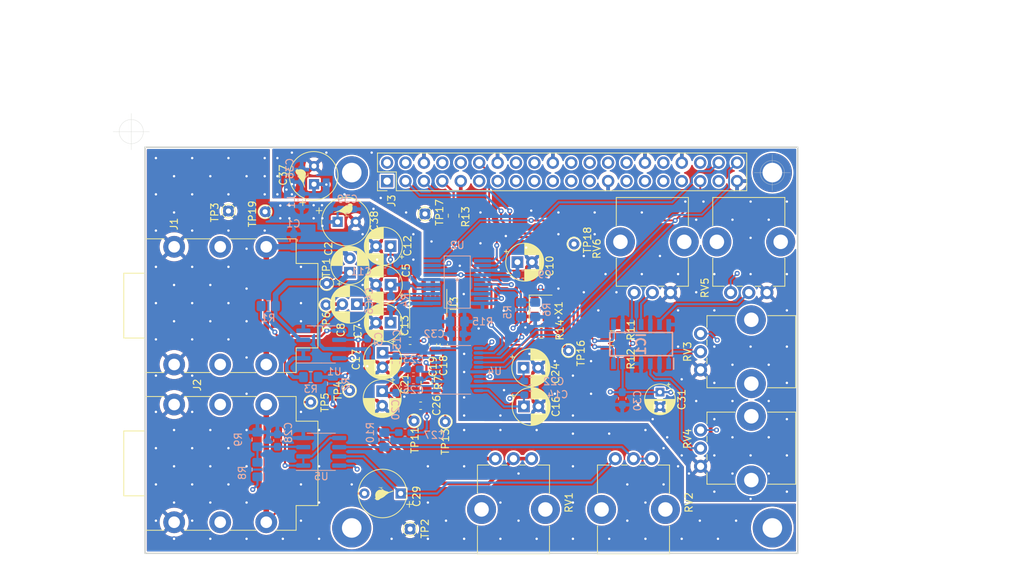
<source format=kicad_pcb>
(kicad_pcb (version 20211014) (generator pcbnew)
  (layers (0 "F.Cu" signal "Front") (1 "In1.Cu" power) (2 "In2.Cu" power) (31 "B.Cu" signal "Back") (34 "B.Paste" user) (35 "F.Paste" user) (36 "B.SilkS" user "B.Silkscreen") (37 "F.SilkS" user "F.Silkscreen") (38 "B.Mask" user) (39 "F.Mask" user) (44 "Edge.Cuts" user))
  (net 0 "")
  (net 1 "GNDD")
  (net 2 "SDA")
  (net 3 "SCL")
  (net 4 "Net-(IC1-Pad11)")
  (net 5 "GNDA")
  (net 6 "Net-(IC1-Pad13)")
  (net 7 "AN_in1")
  (net 8 "AVDD")
  (net 9 "I2S_DIN")
  (net 10 "I2S_DOUT")
  (net 11 "LDOO")
  (net 12 "VNEG")
  (net 13 "VMID")
  (net 14 "VREF1")
  (net 15 "VREF2")
  (net 16 "VCC")
  (net 17 "VCCD")
  (net 18 "Net-(IC1-Pad1)")
  (net 19 "Net-(IC1-Pad3)")
  (net 20 "/connection/CLK_RP")
  (net 23 "/DAC/Out")
  (net 24 "I2S_CLK")
  (net 25 "I2S_FS")
  (net 26 "SCLK")
  (net 27 "/Input Stage/IN")
  (net 28 "/connection/CLK_OZ")
  (net 52 "Net-(R2-Pad1)")
  (net 53 "Net-(R3-Pad1)")
  (net 54 "Net-(R5-Pad2)")
  (net 55 "/DAC/DAC_OUT")
  (net 56 "Net-(R10-Pad2)")
  (net 59 "VDD")
  (net 60 "/DAC/VMID_UNBUF")
  (net 61 "/Input Stage/BufferIn")
  (net 62 "/Input Stage/PreAmpNeg")
  (net 63 "Net-(C18-Pad1)")
  (net 64 "Net-(C25-Pad2)")
  (net 65 "Net-(C25-Pad1)")
  (net 66 "Net-(C26-Pad2)")
  (net 67 "Net-(C27-Pad1)")
  (net 68 "Net-(C29-Pad1)")
  (net 69 "/ADC/ADC_IN")
  (footprint "Connector_Audio:jack_raspi_6.3mmjack" (layer "F.Cu") (at 24.015 33.735)
    (fp_text reference "J1")
    (fp_text value "AudioJack3_Switch")
  )
  (footprint "Potentiometer_THT:Potentiometer_Bourns_PTV09A-1_Single_Vertical" (layer "F.Cu") (at 92.45 40.05 90)
    (fp_text reference "RV6")
    (fp_text value "100k")
  )
  (footprint "MountingHole:MountingHole_2.7mm_Pad" (layer "F.Cu") (at 106.5 72.5)
    (fp_text reference "H4")
    (fp_text value "MountingHole")
  )
  (footprint "Potentiometer_THT:Potentiometer_Bourns_PTV09A-1_Single_Vertical" (layer "F.Cu") (at 96.6 64)
    (fp_text reference "RV4")
    (fp_text value "100k")
  )
  (footprint "Capacitor_SMD:C_0603_1608Metric_Pad1.08x0.95mm_HandSolder" (layer "F.Cu") (at 58 55.65)
    (fp_text reference "C26")
    (fp_text value "2.2n")
  )
  (footprint "Capacitor_THT:CP_Radial_D5.0mm_P2.00mm" (layer "F.Cu") (at 71.35 35.85)
    (fp_text reference "C10")
    (fp_text value "10u")
  )
  (footprint "Resistor_SMD:R_0805_2012Metric_Pad1.20x1.40mm_HandSolder" (layer "F.Cu") (at 74.65 45.6 180)
    (fp_text reference "R14")
    (fp_text value "R")
  )
  (footprint "LOGO" (layer "F.Cu") (at 138.2 67.1 90)
    (fp_text reference "G***" hide)
    (fp_text value "LOGO" hide)
  )
  (footprint "Resistor_SMD:R_0805_2012Metric_Pad1.20x1.40mm_HandSolder" (layer "F.Cu") (at 58.8 52.5 -90)
    (fp_text reference "R7")
    (fp_text value "470")
  )
  (footprint "TestPoint:TestPoint_THTPad_D1.5mm_Drill0.7mm" (layer "F.Cu") (at 58.6 29.2)
    (fp_text reference "TP17")
    (fp_text value "TestPoint")
  )
  (footprint "Capacitor_THT:CP_Radial_D5.0mm_P2.00mm" (layer "F.Cu") (at 53.855113 44.2 180)
    (fp_text reference "C7")
    (fp_text value "10u")
  )
  (footprint "MountingHole:MountingHole_2.7mm_Pad" (layer "F.Cu") (at 48.5 72.5)
    (fp_text reference "H3")
    (fp_text value "MountingHole")
  )
  (footprint "Capacitor_THT:CP_Radial_D4.0mm_P2.00mm" (layer "F.Cu") (at 91 53.777401 -90)
    (fp_text reference "C31")
    (fp_text value "10u")
  )
  (footprint "TestPoint:TestPoint_THTPad_D1.5mm_Drill0.7mm" (layer "F.Cu") (at 36.55 28.9)
    (fp_text reference "TP19")
    (fp_text value "TestPoint")
  )
  (footprint "Resistor_SMD:R_0805_2012Metric_Pad1.20x1.40mm_HandSolder" (layer "F.Cu") (at 84.4 46.05)
    (fp_text reference "R11")
    (fp_text value "R")
  )
  (footprint "LOGO" (layer "F.Cu") (at 83.35 56.4 90)
    (fp_text reference "G***" hide)
    (fp_text value "LOGO" hide)
  )
  (footprint "Potentiometer_THT:Potentiometer_Bourns_PTV09A-1_Single_Vertical" (layer "F.Cu") (at 68.3 62.95 -90)
    (fp_text reference "RV1")
    (fp_text value "100k Log")
  )
  (footprint "Potentiometer_THT:Potentiometer_Bourns_PTV09A-1_Single_Vertical" (layer "F.Cu") (at 96.6 50.7)
    (fp_text reference "RV3")
    (fp_text value "100k")
  )
  (footprint "MountingHole:MountingHole_2.7mm_Pad" (layer "F.Cu") (at 48.5 23.5)
    (fp_text reference "H2")
    (fp_text value "MountingHole")
  )
  (footprint "Capacitor_SMD:C_0603_1608Metric" (layer "F.Cu") (at 61.2 47.25 -90)
    (fp_text reference "C18")
    (fp_text value "100p")
  )
  (footprint "Connector_Audio:jack_raspi_6.3mmjack" (layer "F.Cu") (at 24.015 55.485)
    (fp_text reference "J2")
    (fp_text value "AudioJack3_Switch")
  )
  (footprint "Capacitor_THT:CP_Radial_D5.0mm_P2.00mm" (layer "F.Cu") (at 53.855113 38.95 180)
    (fp_text reference "C5")
    (fp_text value "10u")
  )
  (footprint "Potentiometer_THT:Potentiometer_Bourns_PTV09A-1_Single_Vertical" (layer "F.Cu") (at 105.75 40.05 90)
    (fp_text reference "RV5")
    (fp_text value "100k")
  )
  (footprint "Capacitor_THT:CP_Radial_D5.0mm_P2.00mm" (layer "F.Cu") (at 72.244888 55.75)
    (fp_text reference "C16")
    (fp_text value "10u")
  )
  (footprint "Resistor_SMD:R_0805_2012Metric_Pad1.20x1.40mm_HandSolder" (layer "F.Cu") (at 84.4 48.1)
    (fp_text reference "R12")
    (fp_text value "R")
  )
  (footprint "Capacitor_THT:CP_RADIAL_6.3mm_2.5mm" (layer "F.Cu") (at 43.3 23.85 90)
    (fp_text reference "C37")
    (fp_text value "100u")
  )
  (footprint "Capacitor_SMD:C_0603_1608Metric" (layer "F.Cu") (at 56.55 46.7 180)
    (fp_text reference "C13")
    (fp_text value "1u")
  )
  (footprint "Capacitor_THT:CP_RADIAL_6.3mm_2.5mm" (layer "F.Cu") (at 47.8 30.3)
    (fp_text reference "C38")
    (fp_text value "100u")
  )
  (footprint "Package_SO:SOIC-8_3.9x4.9mm_P1.27mm" (layer "F.Cu") (at 59.05 41.55 90)
    (fp_text reference "U3")
    (fp_text value "MIC5219-3.3YMM")
  )
  (footprint "Potentiometer_THT:Potentiometer_Bourns_PTV09A-1_Single_Vertical" (layer "F.Cu") (at 84.85 62.95 -90)
    (fp_text reference "RV2")
    (fp_text value "100k Log")
  )
  (footprint "TestPoint:TestPoint_THTPad_D1.5mm_Drill0.7mm" (layer "F.Cu") (at 61.4 57.85)
    (fp_text reference "TP13")
    (fp_text value "TestPoint")
  )
  (footprint "Capacitor_THT:CP_RADIAL_6.3mm_5mm" (layer "F.Cu") (at 52.75 67.75 180)
    (fp_text reference "C29")
    (fp_text value "100u")
  )
  (footprint "TestPoint:TestPoint_THTPad_D1.5mm_Drill0.7mm" (layer "F.Cu") (at 48.2 53.55)
    (fp_text reference "TP4")
    (fp_text value "TestPoint")
  )
  (footprint "TestPoint:TestPoint_THTPad_D1.5mm_Drill0.7mm" (layer "F.Cu") (at 57.1 57.75)
    (fp_text reference "TP11")
    (fp_text value "TestPoint")
  )
  (footprint "Capacitor_THT:CP_Radial_D5.0mm_P2.00mm" (layer "F.Cu") (at 53.855113 33.65 180)
    (fp_text reference "C12")
    (fp_text value "10u")
  )
  (footprint "Connector_PinHeader_2.54mm:PinHeader_2x20_P2.54mm_Vertical" (layer "F.Cu") (at 53.375 24.675 90)
    (fp_text reference "J3")
    (fp_text value "Conn_02x20_Top_Bottom_MountingPin")
  )
  (footprint "TestPoint:TestPoint_THTPad_D1.5mm_Drill0.7mm" (layer "F.Cu") (at 79.15 33.35)
    (fp_text reference "TP18")
    (fp_text value "TestPoint")
  )
  (footprint "Capacitor_THT:CP_Radial_D5.0mm_P2.00mm" (layer "F.Cu") (at 49.205113 41.65 180)
    (fp_text reference "C8")
    (fp_text value "1u")
  )
  (footprint "TestPoint:TestPoint_THTPad_D1.5mm_Drill0.7mm" (layer "F.Cu") (at 56.55 72.65)
    (fp_text reference "TP2")
    (fp_text value "TestPoint")
  )
  (footprint "MountingHole:MountingHole_2.7mm_Pad" (layer "F.Cu") (at 106.5 23.5)
    (fp_text reference "H1")
    (fp_text value "MountingHole")
  )
  (footprint "Oscillator:Oscillator_SMD_Abracon_ASE-4Pin_3.2x2.5mm" (layer "F.Cu") (at 74.55 42.3 -90)
    (fp_text reference "X1")
    (fp_text value "ASE-24.576MHz")
  )
  (footprint "TestPoint:TestPoint_THTPad_D1.5mm_Drill0.7mm" (layer "F.Cu") (at 44.95 41.75)
    (fp_text reference "TP6")
    (fp_text value "TestPoint")
  )
  (footprint "Capacitor_THT:CP_Radial_D5.0mm_P2.00mm" (layer "F.Cu") (at 48.25 37.305113 90)
    (fp_text reference "C2")
    (fp_text value "10u")
  )
  (footprint "Capacitor_THT:CP_Radial_D5.0mm_P2.00mm" (layer "F.Cu") (at 72.194888 50.4)
    (fp_text reference "C24")
    (fp_text value "10u")
  )
  (footprint "Capacitor_THT:CP_Radial_D5.0mm_P2.00mm" (layer "F.Cu") (at 52.75 48.344888 -90)
    (fp_text reference "C17")
    (fp_text value "10u")
  )
  (footprint "TestPoint:TestPoint_THTPad_D1.5mm_Drill0.7mm" (layer "F.Cu") (at 42.85 55.15)
    (fp_text reference "TP5")
    (fp_text value "TestPoint")
  )
  (footprint "Capacitor_SMD:C_0603_1608Metric" (layer "F.Cu") (at 59.7 47.25 -90)
    (fp_text reference "C19")
    (fp_text value "2u")
  )
  (footprint "Resistor_SMD:R_0805_2012Metric_Pad1.20x1.40mm_HandSolder" (layer "F.Cu") (at 62.55 29.45 -90)
    (fp_text reference "R13")
    (fp_text value "R")
  )
  (footprint "Capacitor_THT:CP_Radial_D5.0mm_P2.00mm" (layer "F.Cu") (at 52.7 53.644888 -90)
    (fp_text reference "C21")
    (fp_text value "10u")
  )
  (footprint "LOGO" (layer "F.Cu") (at 128.45 44.45 90)
    (fp_text reference "G***" hide)
    (fp_text value "LOGO" hide)
  )
  (footprint "TestPoint:TestPoint_THTPad_D1.5mm_Drill0.7mm" (layer "F.Cu") (at 31.5 28.8)
    (fp_text reference "TP3")
    (fp_text value "TestPoint")
  )
  (footprint "TestPoint:TestPoint_THTPad_D1.5mm_Drill0.7mm" (layer "F.Cu") (at 78.4 48.05 -90)
    (fp_text reference "TP16")
    (fp_text value "TestPoint")
  )
  (footprint "TestPoint:TestPoint_THTPad_D1.5mm_Drill0.7mm" (layer "F.Cu") (at 45.05 38.8)
    (fp_text reference "TP1")
    (fp_text value "TestPoint")
  )
  (footprint "Resistor_SMD:R_0805_2012Metric_Pad1.20x1.40mm_HandSolder" (layer "B.Cu") (at 71.85 42.4 90)
    (fp_text reference "R5")
    (fp_text value "R")
  )
  (footprint "Resistor_SMD:R_0805_2012Metric_Pad1.20x1.40mm_HandSolder" (layer "B.Cu") (at 35.5 64.45 90)
    (fp_text reference "R8")
    (fp_text value "100k")
  )
  (footprint "Resistor_SMD:R_0805_2012Metric_Pad1.20x1.40mm_HandSolder" (layer "B.Cu") (at 45.9 52.6 90)
    (fp_text reference "R2")
    (fp_text value "10k")
  )
  (footprint "Capacitor_SMD:C_0603_1608Metric_Pad1.08x0.95mm_HandSolder" (layer "B.Cu") (at 73.15 54.15)
    (fp_text reference "C14")
    (fp_text value "0.1u")
  )
  (footprint "Capacitor_SMD:C_0603_1608Metric_Pad1.08x0.95mm_HandSolder" (layer "B.Cu") (at 63.05 45.75)
    (fp_text reference "C32")
    (fp_text value "C")
  )
  (footprint "Resistor_SMD:R_0805_2012Metric_Pad1.20x1.40mm_HandSolder" (layer "B.Cu") (at 63.05 44.05 180)
    (fp_text reference "R15")
    (fp_text value "R")
  )
  (footprint "Capacitor_SMD:C_0603_1608Metric_Pad1.08x0.95mm_HandSolder" (layer "B.Cu") (at 54.6 53 90)
    (fp_text reference "C20")
    (fp_text value "0.1u")
  )
  (footprint "Capacitor_SMD:C_0603_1608Metric_Pad1.08x0.95mm_HandSolder" (layer "B.Cu") (at 54.6 49.7 -90)
    (fp_text reference "C15")
    (fp_text value "0.1u")
  )
  (footprint "Package_SO:SOIC-8_3.9x4.9mm_P1.27mm" (layer "B.Cu") (at 44.3 47.2)
    (fp_text reference "U1")
    (fp_text value "MCP6L02x-xSN")
  )
  (footprint "Capacitor_SMD:C_0603_1608Metric_Pad1.08x0.95mm_HandSolder" (layer "B.Cu") (at 38.25 60.45 90)
    (fp_text reference "C28")
    (fp_text value "10n")
  )
  (footprint "Resistor_SMD:R_0805_2012Metric_Pad1.20x1.40mm_HandSolder" (layer "B.Cu") (at 53 60.35 -90)
    (fp_text reference "R10")
    (fp_text value "20k")
  )
  (footprint "Resistor_SMD:R_0805_2012Metric_Pad1.20x1.40mm_HandSolder" (layer "B.Cu") (at 55.85 38.1 -90)
    (fp_text reference "R4")
    (fp_text value "1k")
  )
  (footprint "Resistor_SMD:R_0805_2012Metric_Pad1.20x1.40mm_HandSolder" (layer "B.Cu") (at 42.85 51.7)
    (fp_text reference "R3")
    (fp_text value "20k")
  )
  (footprint "Capacitor_SMD:C_0603_1608Metric_Pad1.08x0.95mm_HandSolder" (layer "B.Cu") (at 41.6 23.95 90)
    (fp_text reference "C36")
    (fp_text value "100n")
  )
  (footprint "Capacitor_SMD:C_0603_1608Metric_Pad1.08x0.95mm_HandSolder" (layer "B.Cu") (at 72.1 37.55 180)
    (fp_text reference "C9")
    (fp_text value "0.1u")
  )
  (footprint "Inductor_SMD:L_0603_1608Metric_Pad1.05x0.95mm_HandSolder" (layer "B.Cu") (at 41.6 27.3 -90)
    (fp_text reference "L1")
    (fp_text value "10u")
  )
  (footprint "Resistor_SMD:R_0805_2012Metric_Pad1.20x1.40mm_HandSolder" (layer "B.Cu") (at 73.8 42.4 -90)
    (fp_text reference "R6")
    (fp_text value "R")
  )
  (footprint "Resistor_SMD:R_0805_2012Metric_Pad1.20x1.40mm_HandSolder" (layer "B.Cu") (at 37 41.9)
    (fp_text reference "R1")
    (fp_text value "900k")
  )
  (footprint "Capacitor_SMD:C_0603_1608Metric_Pad1.08x0.95mm_HandSolder" (layer "B.Cu") (at 47.85 28.55)
    (fp_text reference "C39")
    (fp_text value "100n")
  )
  (footprint "Capacitor_SMD:C_0603_1608Metric_Pad1.08x0.95mm_HandSolder" (layer "B.Cu") (at 53.05 37.15)
    (fp_text reference "C11")
    (fp_text value "0.1u")
  )
  (footprint "Capacitor_SMD:C_0603_1608Metric_Pad1.08x0.95mm_HandSolder" (layer "B.Cu") (at 57 52.1 180)
    (fp_text reference "C25")
    (fp_text value "2.2u")
  )
  (footprint "PCM1802:PCM1802DB" (layer "B.Cu") (at 63.05 38.6)
    (fp_text reference "U2")
    (fp_text value "PCM1802DB" hide)
  )
  (footprint "Capacitor_SMD:C_0603_1608Metric_Pad1.08x0.95mm_HandSolder" (layer "B.Cu") (at 55.85 59.35)
    (fp_text reference "C27")
    (fp_text value "C_Polarized")
  )
  (footprint "Capacitor_SMD:C_0603_1608Metric_Pad1.08x0.95mm_HandSolder" (layer "B.Cu") (at 50.7 47.25 -90)
    (fp_text reference "C3")
    (fp_text value "C")
  )
  (footprint "Capacitor_SMD:C_0603_1608Metric_Pad1.08x0.95mm_HandSolder" (layer "B.Cu") (at 53.05 42.1)
    (fp_text reference "C6")
    (fp_text value "0.1u")
  )
  (footprint "Capacitor_SMD:C_0603_1608Metric_Pad1.08x0.95mm_HandSolder" (layer "B.Cu") (at 73.15 52.25)
    (fp_text reference "C22")
    (fp_text value "0.1u")
  )
  (footprint "Capacitor_SMD:C_0603_1608Metric_Pad1.08x0.95mm_HandSolder" (layer "B.Cu") (at 85.8 54.65 -90)
    (fp_text reference "C30")
    (fp_text value "0.1u")
  )
  (footprint "Capacitor_SMD:C_0603_1608Metric_Pad1.08x0.95mm_HandSolder" (layer "B.Cu") (at 53.05 40.6)
    (fp_text reference "C4")
    (fp_text value "0.1u")
  )
  (footprint "Capacitor_SMD:C_0603_1608Metric_Pad1.08x0.95mm_HandSolder" (layer "B.Cu") (at 40.5 32.85 90)
    (fp_text reference "C1")
    (fp_text value "C")
  )
  (footprint "Package_SO:SOIC-8_3.9x4.9mm_P1.27mm" (layer "B.Cu") (at 44.3 62)
    (fp_text reference "U5")
    (fp_text value "MCP6L02x-xSN")
  )
  (footprint "MCP3428ESL:SOIC127P600X175-14N" (layer "B.Cu") (at 88.4 47.15 90)
    (fp_text reference "IC1")
    (fp_text value "MCP3428-E_SL" hide)
  )
  (footprint "PCM5102A:PCM5102APW" (layer "B.Cu") (at 63.05 50.65)
    (fp_text reference "U4")
    (fp_text value "PCM5102APW" hide)
  )
  (footprint "Resistor_SMD:R_0805_2012Metric_Pad1.20x1.40mm_HandSolder" (layer "B.Cu") (at 35.5 60.3 90)
    (fp_text reference "R9")
    (fp_text value "100k")
  )
  (footprint "Capacitor_SMD:C_0603_1608Metric_Pad1.08x0.95mm_HandSolder" (layer "B.Cu") (at 57 50.6 180)
    (fp_text reference "C23")
    (fp_text value "2.2u")
  )
  (gr_rect (start 20 20) (end 110 76) (layer "Edge.Cuts") (width 0.2) (fill none))
  (target plus (at 106.5 23.5) (size 5) (width 0.0381) (layer "Edge.Cuts"))
  (target plus (at 18.1 17.85) (size 5) (width 0.0381) (layer "Edge.Cuts"))
  (segment (start 73.725 43.575) (end 72.45 44.85) (width 0.254) (layer "F.Cu") (net 1))
  (segment (start 73.725 43.35) (end 73.725 43.575) (width 0.254) (layer "F.Cu") (net 1))
  (via (at 98.5 37.5) (size 0.6858) (drill 0.3302) (layers "F.Cu" "B.Cu") (net 1))
  (via (at 81.5 54) (size 0.6858) (drill 0.3302) (layers "F.Cu" "B.Cu") (net 1))
  (via (at 72.55 33.85) (size 0.6858) (drill 0.3302) (layers "F.Cu" "B.Cu") (net 1))
  (via (at 77 32) (size 0.6858) (drill 0.3302) (layers "F.Cu" "B.Cu") (net 1))
  (via (at 51.25 20.75) (size 0.6858) (drill 0.3302) (layers "F.Cu" "B.Cu") (net 1))
  (via (at 95 65) (size 0.6858) (drill 0.3302) (layers "F.Cu" "B.Cu") (net 1))
  (via (at 103.5 32.5) (size 0.6858) (drill 0.3302) (layers "F.Cu" "B.Cu") (net 1))
  (via (at 77 29) (size 0.6858) (drill 0.3302) (layers "F.Cu" "B.Cu") (net 1))
  (via (at 38.25 24) (size 0.6858) (drill 0.3302) (layers "F.Cu" "B.Cu") (net 1))
  (via (at 103.5 68.5) (size 0.6858) (drill 0.3302) (layers "F.Cu" "B.Cu") (net 1))
  (via (at 93.5 47.5) (size 0.6858) (drill 0.3302) (layers "F.Cu" "B.Cu") (net 1))
  (via (at 47.5 26.5) (size 0.6858) (drill 0.3302) (layers "F.Cu" "B.Cu") (net 1))
  (via (at 75.65 37.95) (size 0.6858) (drill 0.3302) (layers "F.Cu" "B.Cu") (net 1))
  (via (at 79 57) (size 0.6858) (drill 0.3302) (layers "F.Cu" "B.Cu") (net 1))
  (via (at 56 29) (size 0.6858) (drill 0.3302) (layers "F.Cu" "B.Cu") (net 1))
  (via (at 93.5 37.5) (size 0.6858) (drill 0.3302) (layers "F.Cu" "B.Cu") (net 1))
  (via (at 108.5 67.5) (size 0.6858) (drill 0.3302) (layers "F.Cu" "B.Cu") (net 1))
  (via (at 88 55.5) (size 0.6858) (drill 0.3302) (layers "F.Cu" "B.Cu") (net 1))
  (via (at 106 60) (size 0.6858) (drill 0.3302) (layers "F.Cu" "B.Cu") (net 1))
  (via (at 66.25 33.25) (size 0.6858) (drill 0.3302) (layers "F.Cu" "B.Cu") (net 1))
  (via (at 80.5 40) (size 0.6858) (drill 0.3302) (layers "F.Cu" "B.Cu") (net 1))
  (via (at 69.45 42.55) (size 0.6858) (drill 0.3302) (layers "F.Cu" "B.Cu") (net 1))
  (via (at 45 20.75) (size 0.6858) (drill 0.3302) (layers "F.Cu" "B.Cu") (net 1))
  (via (at 76.5 54) (size 0.6858) (drill 0.3302) (layers "F.Cu" "B.Cu") (net 1))
  (via (at 82 29) (size 0.6858) (drill 0.3302) (layers "F.Cu" "B.Cu") (net 1))
  (via (at 40.25 20.75) (size 0.6858) (drill 0.3302) (layers "F.Cu" "B.Cu") (net 1))
  (via (at 85 40) (size 0.6858) (drill 0.3302) (layers "F.Cu" "B.Cu") (net 1))
  (via (at 101 65) (size 0.6858) (drill 0.3302) (layers "F.Cu" "B.Cu") (net 1))
  (via (at 103.5 62.5) (size 0.6858) (drill 0.3302) (layers "F.Cu" "B.Cu") (net 1))
  (via (at 103.5 47.5) (size 0.6858) (drill 0.3302) (layers "F.Cu" "B.Cu") (net 1))
  (via (at 108.5 37.5) (size 0.6858) (drill 0.3302) (layers "F.Cu" "B.Cu") (net 1))
  (via (at 38.25 21.5) (size 0.6858) (drill 0.3302) (layers "F.Cu" "B.Cu") (net 1))
  (via (at 108.5 27.5) (size 0.6858) (drill 0.3302) (layers "F.Cu" "B.Cu") (net 1))
  (via (at 93.5 42.5) (size 0.6858) (drill 0.3302) (layers "F.Cu" "B.Cu") (net 1))
  (via (at 63.4 36.35) (size 0.6858) (drill 0.3302) (layers "F.Cu" "B.Cu") (net 1))
  (via (at 77 43.5) (size 0.6858) (drill 0.3302) (layers "F.Cu" "B.Cu") (net 1))
  (via (at 64 51) (size 0.6858) (drill 0.3302) (layers "F.Cu" "B.Cu") (net 1))
  (via (at 52.5 27) (size 0.6858) (drill 0.3302) (layers "F.Cu" "B.Cu") (net 1))
  (via (at 98.5 47.5) (size 0.6858) (drill 0.3302) (layers "F.Cu" "B.Cu") (net 1))
  (via (at 98.5 57.5) (size 0.6858) (drill 0.3302) (layers "F.Cu" "B.Cu") (net 1))
  (via (at 97 27.5) (size 0.6858) (drill 0.3302) (layers "F.Cu" "B.Cu") (net 1))
  (via (at 106 50) (size 0.6858) (drill 0.3302) (layers "F.Cu" "B.Cu") (net 1))
  (via (at 64 48.5) (size 0.6858) (drill 0.3302) (layers "F.Cu" "B.Cu") (net 1))
  (via (at 82.5 42.5) (size 0.6858) (drill 0.3302) (layers "F.Cu" "B.Cu") (net 1))
  (via (at 98.5 67.5) (size 0.6858) (drill 0.3302) (layers "F.Cu" "B.Cu") (net 1))
  (via (at 69.75 32.25) (size 0.6858) (drill 0.3302) (layers "F.Cu" "B.Cu") (net 1))
  (via (at 81.5 49.5) (size 0.6858) (drill 0.3302) (layers "F.Cu" "B.Cu") (net 1))
  (via (at 69 57) (size 0.6858) (drill 0.3302) (layers "F.Cu" "B.Cu") (net 1))
  (via (at 94 52) (size 0.6858) (drill 0.3302) (layers "F.Cu" "B.Cu") (net 1))
  (via (at 77 39.5) (size 0.6858) (drill 0.3302) (layers "F.Cu" "B.Cu") (net 1))
  (via (at 59.5 33) (size 0.6858) (drill 0.3302) (layers "F.Cu" "B.Cu") (net 1))
  (via (at 94 62.5) (size 0.6858) (drill 0.3302) (layers "F.Cu" "B.Cu") (net 1))
  (via (at 101 50) (size 0.6858) (drill 0.3302) (layers "F.Cu" "B.Cu") (net 1))
  (via (at 64 57) (size 0.6858) (drill 0.3302) (layers "F.Cu" "B.Cu") (net 1))
  (via (at 101 30) (size 0.6858) (drill 0.3302) (layers "F.Cu" "B.Cu") (net 1))
  (via (at 92 60) (size 0.6858) (drill 0.3302) (layers "F.Cu" "B.Cu") (net 1))
  (via (at 88.5 29) (size 0.6858) (drill 0.3302) (layers "F.Cu" "B.Cu") (net 1))
  (via (at 108.5 57.5) (size 0.6858) (drill 0.3302) (layers "F.Cu" "B.Cu") (net 1))
  (via (at 98.5 42.5) (size 0.6858) (drill 0.3302) (layers "F.Cu" "B.Cu") (net 1))
  (via (at 90 57.5) (size 0.6858) (drill 0.3302) (layers "F.Cu" "B.Cu") (net 1))
  (via (at 108.5 42.5) (size 0.6858) (drill 0.3302) (layers "F.Cu" "B.Cu") (net 1))
  (via (at 66.25 29) (size 0.6858) (drill 0.3302) (layers "F.Cu" "B.Cu") (net 1))
  (via (at 88.5 37.5) (size 0.6858) (drill 0.3302) (layers "F.Cu" "B.Cu") (net 1))
  (via (at 108.5 52.5) (size 0.6858) (drill 0.3302) (layers "F.Cu" "B.Cu") (net 1))
  (via (at 79 51.5) (size 0.6858) (drill 0.3302) (layers "F.Cu" "B.Cu") (net 1))
  (via (at 91 35) (size 0.6858) (drill 0.3302) (layers "F.Cu" "B.Cu") (net 1))
  (via (at 76.5 49.5) (size 0.6858) (drill 0.3302) (layers "F.Cu" "B.Cu") (net 1))
  (via (at 98.5 52.5) (size 0.6858) (drill 0.3302) (layers "F.Cu" "B.Cu") (net 1))
  (via (at 80.5 35) (size 0.6858) (drill 0.3302) (layers "F.Cu" "B.Cu") (net 1))
  (via (at 101 55) (size 0.6858) (drill 0.3302) (layers "F.Cu" "B.Cu") (net 1))
  (via (at 96 40) (size 0.6858) (drill 0.3302) (layers "F.Cu" "B.Cu") (net 1))
  (via (at 72.45 44.85) (size 0.6858) (drill 0.3302) (layers "F.Cu" "B.Cu") (net 1))
  (via (at 106 65) (size 0.6858) (drill 0.3302) (layers "F.Cu" "B.Cu") (net 1))
  (via (at 98.5 62.5) (size 0.6858) (drill 0.3302) (layers "F.Cu" "B.Cu") (net 1))
  (via (at 69.5 53.5) (size 0.6858) (drill 0.3302) (layers "F.Cu" "B.Cu") (net 1))
  (via (at 108.5 62.5) (size 0.6858) (drill 0.3302) (layers "F.Cu" "B.Cu") (net 1))
  (via (at 101 60) (size 0.6858) (drill 0.3302) (layers "F.Cu" "B.Cu") (net 1))
  (via (at 106 30) (size 0.6858) (drill 0.3302) (layers "F.Cu" "B.Cu") (net 1))
  (via (at 103.5 27.5) (size 0.6858) (drill 0.3302) (layers "F.Cu" "B.Cu") (net 1))
  (via (at 64 54.5) (size 0.6858) (drill 0.3302) (layers "F.Cu" "B.Cu") (net 1))
  (via (at 108.5 47.5) (size 0.6858) (drill 0.3302) (layers "F.Cu" "B.Cu") (net 1))
  (via (at 94.5 27.5) (size 0.6858) (drill 0.3302) (layers "F.Cu" "B.Cu") (net 1))
  (via (at 63.95 40.25) (size 0.6858) (drill 0.3302) (layers "F.Cu" "B.Cu") (net 1))
  (via (at 68.75 36.9) (size 0.6858) (drill 0.3302) (layers "F.Cu" "B.Cu") (net 1))
  (via (at 103.5 37.5) (size 0.6858) (drill 0.3302) (layers "F.Cu" "B.Cu") (net 1))
  (via (at 106 55) (size 0.6858) (drill 0.3302) (layers "F.Cu" "B.Cu") (net 1))
  (via (at 83.5 37.5) (size 0.6858) (drill 0.3302) (layers "F.Cu" "B.Cu") (net 1))
  (via (at 66 45) (size 0.6858) (drill 0.3302) (layers "F.Cu" "B.Cu") (net 1))
  (via (at 38.25 26.5) (size 0.6858) (drill 0.3302) (layers "F.Cu" "B.Cu") (net 1))
  (via (at 96 30) (size 0.6858) (drill 0.3302) (layers "F.Cu" "B.Cu") (net 1))
  (via (at 73 48.5) (size 0.6858) (drill 0.3302) (layers "F.Cu" "B.Cu") (net 1))
  (via (at 82 32) (size 0.6858) (drill 0.3302) (layers "F.Cu" "B.Cu") (net 1))
  (via (at 73.25 28.75) (size 0.6858) (drill 0.3302) (layers "F.Cu" "B.Cu") (net 1))
  (via (at 96 55) (size 0.6858) (drill 0.3302) (layers "F.Cu" "B.Cu") (net 1))
  (segment (start 63.525003 47.724997) (end 63.55 47.7) (width 0.254) (layer "B.Cu") (net 1))
  (segment (start 60.100001 47.724997) (end 63.525003 47.724997) (width 0.254) (layer "B.Cu") (net 1))
  (segment (start 81.862303 47.512303) (end 79.1 44.75) (width 0.3) (layer "F.Cu") (net 2))
  (segment (start 82 47.512303) (end 81.862303 47.512303) (width 0.3) (layer "F.Cu") (net 2))
  (segment (start 79.1 38.35) (end 73.15 32.4) (width 0.3) (layer "F.Cu") (net 2))
  (segment (start 69.1 30.05) (end 69.1 28.8) (width 0.3) (layer "F.Cu") (net 2))
  (segment (start 82 47.512303) (end 82.812303 47.512303) (width 0.254) (layer "F.Cu") (net 2))
  (segment (start 82.812303 47.512303) (end 83.4 48.1) (width 0.254) (layer "F.Cu") (net 2))
  (segment (start 73.15 32.4) (end 71.45 32.4) (width 0.3) (layer "F.Cu") (net 2))
  (segment (start 79.1 44.75) (end 79.1 38.35) (width 0.3) (layer "F.Cu") (net 2))
  (segment (start 71.45 32.4) (end 69.1 30.05) (width 0.3) (layer "F.Cu") (net 2))
  (via (at 82 47.512303) (size 0.6858) (drill 0.3302) (layers "F.Cu" "B.Cu") (net 2))
  (via (at 69.1 28.8) (size 0.6858) (drill 0.3302) (layers "F.Cu" "B.Cu") (net 2))
  (segment (start 84.2 47.55) (end 83.2 47.55) (width 0.3) (layer "B.Cu") (net 2))
  (segment (start 84.59 47.94) (end 84.2 47.55) (width 0.3) (layer "B.Cu") (net 2))
  (segment (start 82.037697 47.55) (end 82 47.512303) (width 0.254) (layer "B.Cu") (net 2))
  (segment (start 84.59 49.85) (end 84.59 47.94) (width 0.3) (layer "B.Cu") (net 2))
  (segment (start 55.915 24.675) (end 57.89 26.65) (width 0.3) (layer "B.Cu") (net 2))
  (segment (start 69.1 28.8) (end 66.95 26.65) (width 0.3) (layer "B.Cu") (net 2))
  (segment (start 83.2 47.55) (end 82.037697 47.55) (width 0.3) (layer "B.Cu") (net 2))
  (segment (start 57.89 26.65) (end 66.95 26.65) (width 0.3) (layer "B.Cu") (net 2))
  (segment (start 70.3 30.55) (end 70.3 28.8) (width 0.3) (layer "F.Cu") (net 3))
  (segment (start 71.65 31.9) (end 70.3 30.55) (width 0.3) (layer "F.Cu") (net 3))
  (segment (start 73.4 31.9) (end 71.65 31.9) (width 0.3) (layer "F.Cu") (net 3))
  (segment (start 79.65 44.35) (end 79.65 38.15) (width 0.3) (layer "F.Cu") (net 3))
  (segment (start 82 46.7) (end 79.65 44.35) (width 0.3) (layer "F.Cu") (net 3))
  (segment (start 82.75 46.7) (end 83.4 46.05) (width 0.3) (layer "F.Cu") (net 3))
  (segment (start 82 46.7) (end 82.75 46.7) (width 0.3) (layer "F.Cu") (net 3))
  (segment (start 79.65 38.15) (end 73.4 31.9) (width 0.3) (layer "F.Cu") (net 3))
  (via (at 82 46.7) (size 0.6858) (drill 0.3302) (layers "F.Cu" "B.Cu") (net 3))
  (via (at 70.3 28.8) (size 0.6858) (drill 0.3302) (layers "F.Cu" "B.Cu") (net 3))
  (segment (start 83.15 46.7) (end 82 46.7) (width 0.3) (layer "B.Cu") (net 3))
  (segment (start 84.59 44.45) (end 84.59 46.36) (width 0.3) (layer "B.Cu") (net 3))
  (segment (start 70.3 28.8) (end 67.55 26.05) (width 0.3) (layer "B.Cu") (net 3))
  (segment (start 67.55 26.05) (end 59.83 26.05) (width 0.3) (layer "B.Cu") (net 3))
  (segment (start 84.25 46.7) (end 83.15 46.7) (width 0.3) (layer "B.Cu") (net 3))
  (segment (start 84.59 46.36) (end 84.25 46.7) (width 0.3) (layer "B.Cu") (net 3))
  (segment (start 59.83 26.05) (end 58.455 24.675) (width 0.3) (layer "B.Cu") (net 3))
  (segment (start 88.4 41.6) (end 89.95 40.05) (width 0.3) (layer "B.Cu") (net 4))
  (segment (start 88.4 44.45) (end 88.4 41.6) (width 0.3) (layer "B.Cu") (net 4))
  (via (at 36.5 26.5) (size 0.6858) (drill 0.3302) (layers "F.Cu" "B.Cu") (net 5))
  (via (at 21.5 66.5) (size 0.6858) (drill 0.3302) (layers "F.Cu" "B.Cu") (net 5))
  (via (at 21.5 71.5) (size 0.6858) (drill 0.3302) (layers "F.Cu" "B.Cu") (net 5))
  (via (at 61.5 71.5) (size 0.6858) (drill 0.3302) (layers "F.Cu" "B.Cu") (net 5))
  (via (at 29 39) (size 0.6858) (drill 0.3302) (layers "F.Cu" "B.Cu") (net 5))
  (via (at 55.75 54.4) (size 0.6858) (drill 0.3302) (layers "F.Cu" "B.Cu") (net 5))
  (via (at 44 69) (size 0.6858) (drill 0.3302) (layers "F.Cu" "B.Cu") (net 5))
  (via (at 31.5 61.5) (size 0.6858) (drill 0.3302) (layers "F.Cu" "B.Cu") (net 5))
  (via (at 79 74) (size 0.6858) (drill 0.3302) (layers "F.Cu" "B.Cu") (net 5))
  (via (at 69 59) (size 0.6858) (drill 0.3302) (layers "F.Cu" "B.Cu") (net 5))
  (via (at 84 74) (size 0.6858) (drill 0.3302) (layers "F.Cu" "B.Cu") (net 5))
  (via (at 41.5 56.5) (size 0.6858) (drill 0.3302) (layers "F.Cu" "B.Cu") (net 5))
  (via (at 31.5 31.5) (size 0.6858) (drill 0.3302) (layers "F.Cu" "B.Cu") (net 5))
  (via (at 54 74) (size 0.6858) (drill 0.3302) (layers "F.Cu" "B.Cu") (net 5))
  (via (at 96.5 71.5) (size 0.6858) (drill 0.3302) (layers "F.Cu" "B.Cu") (net 5))
  (via (at 84 59.5) (size 0.6858) (drill 0.3302) (layers "F.Cu" "B.Cu") (net 5))
  (via (at 71.5 71.5) (size 0.6858) (drill 0.3302) (layers "F.Cu" "B.Cu") (net 5))
  (via (at 34 64) (size 0.6858) (drill 0.3302) (layers "F.Cu" "B.Cu") (net 5))
  (via (at 48.5 66.5) (size 0.6858) (drill 0.3302) (layers "F.Cu" "B.Cu") (net 5))
  (via (at 49.5 44.5) (size 0.6858) (drill 0.3302) (layers "F.Cu" "B.Cu") (net 5))
  (via (at 94 74) (size 0.6858) (drill 0.3302) (layers "F.Cu" "B.Cu") (net 5))
  (via (at 31.5 36.5) (size 0.6858) (drill 0.3302) (layers "F.Cu" "B.Cu") (net 5))
  (via (at 93.5 64) (size 0.6858) (drill 0.3302) (layers "F.Cu" "B.Cu") (net 5))
  (via (at 34 34) (size 0.6858) (drill 0.3302) (layers "F.Cu" "B.Cu") (net 5))
  (via (at 24 39) (size 0.6858) (drill 0.3302) (layers "F.Cu" "B.Cu") (net 5))
  (via (at 74 59) (size 0.6858) (drill 0.3302) (layers "F.Cu" "B.Cu") (net 5))
  (via (at 29 44) (size 0.6858) (drill 0.3302) (layers "F.Cu" "B.Cu") (net 5))
  (via (at 57 35.5) (size 0.6858) (drill 0.3302) (layers "F.Cu" "B.Cu") (net 5))
  (via (at 21.5 31.5) (size 0.6858) (drill 0.3302) (layers "F.Cu" "B.Cu") (net 5))
  (via (at 50 32) (size 0.6858) (drill 0.3302) (layers "F.Cu" "B.Cu") (net 5))
  (via (at 29 24) (size 0.6858) (drill 0.3302) (layers "F.Cu" "B.Cu") (net 5))
  (via (at 59 69) (size 0.6858) (drill 0.3302) (layers "F.Cu" "B.Cu") (net 5))
  (via (at 31.5 66.5) (size 0.6858) (drill 0.3302) (layers "F.Cu" "B.Cu") (net 5))
  (via (at 69 74) (size 0.6858) (drill 0.3302) (layers "F.Cu" "B.Cu") (net 5))
  (via (at 44 59) (size 0.6858) (drill 0.3302) (layers "F.Cu" "B.Cu") (net 5))
  (via (at 21.5 41.5) (size 0.6858) (drill 0.3302) (layers "F.Cu" "B.Cu") (net 5))
  (via (at 41.5 36.5) (size 0.6858) (drill 0.3302) (layers "F.Cu" "B.Cu") (net 5))
  (via (at 59 74) (size 0.6858) (drill 0.3302) (layers "F.Cu" "B.Cu") (net 5))
  (via (at 41.5 41.5) (size 0.6858) (drill 0.3302) (layers "F.Cu" "B.Cu") (net 5))
  (via (at 36.5 24) (size 0.6858) (drill 0.3302) (layers "F.Cu" "B.Cu") (net 5))
  (via (at 26.5 61.5) (size 0.6858) (drill 0.3302) (layers "F.Cu" "B.Cu") (net 5))
  (via (at 79 59.5) (size 0.6858) (drill 0.3302) (layers "F.Cu" "B.Cu") (net 5))
  (via (at 31.5 41.5) (size 0.6858) (drill 0.3302) (layers "F.Cu" "B.Cu") (net 5))
  (via (at 24 44) (size 0.6858) (drill 0.3302) (layers "F.Cu" "B.Cu") (net 5))
  (via (at 44 74) (size 0.6858) (drill 0.3302) (layers "F.Cu" "B.Cu") (net 5))
  (via (at 50 39) (size 0.6858) (drill 0.3302) (layers "F.Cu" "B.Cu") (net 5))
  (via (at 51.5 28.5) (size 0.6858) (drill 0.3302) (layers "F.Cu" "B.Cu") (net 5))
  (via (at 79 69) (size 0.6858) (drill 0.3302) (layers "F.Cu" "B.Cu") (net 5))
  (via (at 26.5 41.5) (size 0.6858) (drill 0.3302) (layers "F.Cu" "B.Cu") (net 5))
  (via (at 34 24) (size 0.6858) (drill 0.3302) (layers "F.Cu" "B.Cu") (net 5))
  (via (at 26.5 21.5) (size 0.6858) (drill 0.3302) (layers "F.Cu" "B.Cu") (net 5))
  (via (at 86.5 66.5) (size 0.6858) (drill 0.3302) (layers "F.Cu" "B.Cu") (net 5))
  (via (at 26.5 51.5) (size 0.6858) (drill 0.3302) (layers "F.Cu" "B.Cu") (net 5))
  (via (at 31.5 46.5) (size 0.6858) (drill 0.3302) (layers "F.Cu" "B.Cu") (net 5))
  (via (at 52 35.5) (size 0.6858) (drill 0.3302) (layers "F.Cu" "B.Cu") (net 5))
  (via (at 64 59) (size 0.6858) (drill 0.3302) (layers "F.Cu" "B.Cu") (net 5))
  (via (at 29 69) (size 0.6858) (drill 0.3302) (layers "F.Cu" "B.Cu") (net 5))
  (via (at 39 74) (size 0.6858) (drill 0.3302) (layers "F.Cu" "B.Cu") (net 5))
  (via (at 29 64) (size 0.6858) (drill 0.3302) (layers "F.Cu" "B.Cu") (net 5))
  (via (at 91.5 66.5) (size 0.6858) (drill 0.3302) (layers "F.Cu" "B.Cu") (net 5))
  (via (at 64 74) (size 0.6858) (drill 0.3302) (layers "F.Cu" "B.Cu") (net 5))
  (via (at 41.5 44) (size 0.6858) (drill 0.3302) (layers "F.Cu" "B.Cu") (net 5))
  (via (at 34 74) (size 0.6858) (drill 0.3302) (layers "F.Cu" "B.Cu") (net 5))
  (via (at 31.5 26.5) (size 0.6858) (drill 0.3302) (layers "F.Cu" "B.Cu") (net 5))
  (via (at 34 39.5) (size 0.6858) (drill 0.3302) (layers "F.Cu" "B.Cu") (net 5))
  (via (at 89 74) (size 0.6858) (drill 0.3302) (layers "F.Cu" "B.Cu") (net 5))
  (via (at 64 64) (size 0.6858) (drill 0.3302) (layers "F.Cu" "B.Cu") (net 5))
  (via (at 21.5 56.5) (size 0.6858) (drill 0.3302) (layers "F.Cu" "B.Cu") (net 5))
  (via (at 24 24) (size 0.6858) (drill 0.3302) (layers "F.Cu" "B.Cu") (net 5))
  (via (at 86.5 71.5) (size 0.6858) (drill 0.3302) (layers "F.Cu" "B.Cu") (net 5))
  (via (at 26.5 46.5) (size 0.6858) (drill 0.3302) (layers "F.Cu" "B.Cu") (net 5))
  (via (at 34 44) (size 0.6858) (drill 0.3302) (layers "F.Cu" "B.Cu") (net 5))
  (via (at 21.5 26.5) (size 0.6858) (drill 0.3302) (layers "F.Cu" "B.Cu") (net 5))
  (via (at 21.5 61.5) (size 0.6858) (drill 0.3302) (layers "F.Cu" "B.Cu") (net 5))
  (via (at 26.5 71.5) (size 0.6858) (drill 0.3302) (layers "F.Cu" "B.Cu") (net 5))
  (via (at 89 59) (size 0.6858) (drill 0.3302) (layers "F.Cu" "B.Cu") (net 5))
  (via (at 34 54) (size 0.6858) (drill 0.3302) (layers "F.Cu" "B.Cu") (net 5))
  (via (at 31.5 21.5) (size 0.6858) (drill 0.3302) (layers "F.Cu" "B.Cu") (net 5))
  (via (at 99 74) (size 0.6858) (drill 0.3302) (layers "F.Cu" "B.Cu") (net 5))
  (via (at 34 59) (size 0.6858) (drill 0.3302) (layers "F.Cu" "B.Cu") (net 5))
  (via (at 36.5 21.5) (size 0.6858) (drill 0.3302) (layers "F.Cu" "B.Cu") (net 5))
  (via (at 74 74) (size 0.6858) (drill 0.3302) (layers "F.Cu" "B.Cu") (net 5))
  (via (at 34 49) (size 0.6858) (drill 0.3302) (layers "F.Cu" "B.Cu") (net 5))
  (via (at 89 69) (size 0.6858) (drill 0.3302) (layers "F.Cu" "B.Cu") (net 5))
  (via (at 91.5 61.5) (size 0.6858) (drill 0.3302) (layers "F.Cu" "B.Cu") (net 5))
  (via (at 36.5 31.5) (size 0.6858) (drill 0.3302) (layers "F.Cu" "B.Cu") (net 5))
  (via (at 21.5 21.5) (size 0.6858) (drill 0.3302) (layers "F.Cu" "B.Cu") (net 5))
  (via (at 69 69) (size 0.6858) (drill 0.3302) (layers "F.Cu" "B.Cu") (net 5))
  (via (at 101.5 71.5) (size 0.6858) (drill 0.3302) (layers "F.Cu" "B.Cu") (net 5))
  (via (at 71.5 65) (size 0.6858) (drill 0.3302) (layers "F.Cu" "B.Cu") (net 5))
  (via (at 24 74) (size 0.6858) (drill 0.3302) (layers "F.Cu" "B.Cu") (net 5))
  (via (at 26.5 26.5) (size 0.6858) (drill 0.3302) (layers "F.Cu" "B.Cu") (net 5))
  (via (at 44 64) (size 0.6858) (drill 0.3302) (layers "F.Cu" "B.Cu") (net 5))
  (via (at 26.5 56.5) (size 0.6858) (drill 0.3302) (layers "F.Cu" "B.Cu") (net 5))
  (via (at 41.5 66.5) (size 0.6858) (drill 0.3302) (layers "F.Cu" "B.Cu") (net 5))
  (via (at 29 59) (size 0.6858) (drill 0.3302) (layers "F.Cu" "B.Cu") (net 5))
  (via (at 24 29) (size 0.6858) (drill 0.3302) (layers "F.Cu" "B.Cu") (net 5))
  (via (at 26.5 31.5) (size 0.6858) (drill 0.3302) (layers "F.Cu" "B.Cu") (net 5))
  (via (at 21.5 46.5) (size 0.6858) (drill 0.3302) (layers "F.Cu" "B.Cu") (net 5))
  (via (at 26.5 36.5) (size 0.6858) (drill 0.3302) (layers "F.Cu" "B.Cu") (net 5))
  (via (at 41.5 71.5) (size 0.6858) (drill 0.3302) (layers "F.Cu" "B.Cu") (net 5))
  (via (at 34 69) (size 0.6858) (drill 0.3302) (layers "F.Cu" "B.Cu") (net 5))
  (via (at 59 64) (size 0.6858) (drill 0.3302) (layers "F.Cu" "B.Cu") (net 5))
  (via (at 26.5 66.5) (size 0.6858) (drill 0.3302) (layers "F.Cu" "B.Cu") (net 5))
  (via (at 24 59) (size 0.6858) (drill 0.3302) (layers "F.Cu" "B.Cu") (net 5))
  (via (at 21.5 51.5) (size 0.6858) (drill 0.3302) (layers "F.Cu" "B.Cu") (net 5))
  (via (at 29 74) (size 0.6858) (drill 0.3302) (layers "F.Cu" "B.Cu") (net 5))
  (via (at 57 32) (size 0.6858) (drill 0.3302) (layers "F.Cu" "B.Cu") (net 5))
  (via (at 24 64) (size 0.6858) (drill 0.3302) (layers "F.Cu" "B.Cu") (net 5))
  (via (at 21.5 36.5) (size 0.6858) (drill 0.3302) (layers "F.Cu" "B.Cu") (net 5))
  (via (at 24 69) (size 0.6858) (drill 0.3302) (layers "F.Cu" "B.Cu") (net 5))
  (via (at 79 64) (size 0.6858) (drill 0.3302) (layers "F.Cu" "B.Cu") (net 5))
  (segment (start 90.94 44.025) (end 93.315 41.65) (width 0.3) (layer "B.Cu") (net 6))
  (segment (start 101.65 41.65) (end 103.25 40.05) (width 0.3) (layer "B.Cu") (net 6))
  (segment (start 93.315 41.65) (end 101.65 41.65) (width 0.3) (layer "B.Cu") (net 6))
  (segment (start 90.94 44.45) (end 90.94 44.025) (width 0.3) (layer "B.Cu") (net 6))
  (segment (start 45.05 41.65) (end 44.95 41.75) (width 0.508) (layer "F.Cu") (net 7))
  (segment (start 50.05 56.8) (end 56.2 62.95) (width 0.508) (layer "F.Cu") (net 7))
  (segment (start 50.05 50.8) (end 50.05 56.8) (width 0.508) (layer "F.Cu") (net 7))
  (segment (start 47.205113 41.65) (end 45.05 41.65) (width 0.508) (layer "F.Cu") (net 7))
  (segment (start 56.2 62.95) (end 68.3 62.95) (width 0.508) (layer "F.Cu") (net 7))
  (segment (start 50.65 50.2) (end 50.05 50.8) (width 0.508) (layer "F.Cu") (net 7))
  (via (at 50.65 50.2) (size 0.6858) (drill 0.3302) (layers "F.Cu" "B.Cu") (net 7))
  (segment (start 46.284053 47.8) (end 44.65 47.8) (width 0.508) (layer "B.Cu") (net 7))
  (segment (start 46.775 47.835) (end 46.319053 47.835) (width 0.508) (layer "B.Cu") (net 7))
  (segment (start 43.95 47.1) (end 43.95 44.905113) (width 0.508) (layer "B.Cu") (net 7))
  (segment (start 50.7 50.15) (end 50.65 50.2) (width 0.508) (layer "B.Cu") (net 7))
  (segment (start 50.7 48.1125) (end 50.7 50.15) (width 0.508) (layer "B.Cu") (net 7))
  (segment (start 46.319053 47.835) (end 46.284053 47.8) (width 0.508) (layer "B.Cu") (net 7))
  (segment (start 46.775 47.835) (end 50.4225 47.835) (width 0.508) (layer "B.Cu") (net 7))
  (segment (start 44.65 47.8) (end 43.95 47.1) (width 0.508) (layer "B.Cu") (net 7))
  (segment (start 43.95 44.905113) (end 47.205113 41.65) (width 0.508) (layer "B.Cu") (net 7))
  (segment (start 50.4225 47.835) (end 50.7 48.1125) (width 0.508) (layer "B.Cu") (net 7))
  (segment (start 57.830112 48.514776) (end 57.830112 48.344888) (width 0.508) (layer "F.Cu") (net 8))
  (segment (start 52.7 53.644888) (end 57.830112 48.514776) (width 0.508) (layer "F.Cu") (net 8))
  (segment (start 59.685 46.46) (end 59.7 46.475) (width 0.3) (layer "F.Cu") (net 8))
  (segment (start 57.830112 48.344888) (end 52.75 48.344888) (width 0.3) (layer "F.Cu") (net 8))
  (segment (start 59.685 44.025) (end 59.685 46.46) (width 0.3) (layer "F.Cu") (net 8))
  (segment (start 52.994888 53.644888) (end 52.7 53.644888) (width 0.508) (layer "F.Cu") (net 8))
  (segment (start 59.7 46.475) (end 57.830112 48.344888) (width 0.3) (layer "F.Cu") (net 8))
  (segment (start 57.1 57.75) (end 52.994888 53.644888) (width 0.508) (layer "F.Cu") (net 8))
  (segment (start 54.6 48.8375) (end 57.5875 48.8375) (width 0.3) (layer "B.Cu") (net 8))
  (segment (start 54.887502 53.574998) (end 60.100001 53.574998) (width 0.254) (layer "B.Cu") (net 8))
  (segment (start 53.242612 48.8375) (end 52.75 48.344888) (width 0.3) (layer "B.Cu") (net 8))
  (segment (start 57.774997 49.024997) (end 60.100001 49.024997) (width 0.3) (layer "B.Cu") (net 8))
  (segment (start 57.5875 48.8375) (end 57.774997 49.024997) (width 0.3) (layer "B.Cu") (net 8))
  (segment (start 54.6 53.8625) (end 52.917612 53.8625) (width 0.254) (layer "B.Cu") (net 8))
  (segment (start 52.917612 53.8625) (end 52.7 53.644888) (width 0.254) (layer "B.Cu") (net 8))
  (segment (start 54.6 53.8625) (end 54.887502 53.574998) (width 0.254) (layer "B.Cu") (net 8))
  (segment (start 54.6 48.8375) (end 53.242612 48.8375) (width 0.3) (layer "B.Cu") (net 8))
  (segment (start 66.525142 36.325001) (end 68.324999 36.325001) (width 0.3) (layer "B.Cu") (net 9))
  (segment (start 97.93 23.3) (end 99.095 22.135) (width 0.3) (layer "B.Cu") (net 9))
  (segment (start 96.336181 23.3) (end 97.93 23.3) (width 0.3) (layer "B.Cu") (net 9))
  (segment (start 92.683819 27.6) (end 95.4 24.883819) (width 0.3) (layer "B.Cu") (net 9))
  (segment (start 77.05 27.6) (end 92.683819 27.6) (width 0.3) (layer "B.Cu") (net 9))
  (segment (start 95.4 24.236181) (end 96.336181 23.3) (width 0.3) (layer "B.Cu") (net 9))
  (segment (start 68.324999 36.325001) (end 77.05 27.6) (width 0.3) (layer "B.Cu") (net 9))
  (segment (start 95.4 24.883819) (end 95.4 24.236181) (width 0.3) (layer "B.Cu") (net 9))
  (segment (start 101.635 22.135) (end 100.531 23.239) (width 0.254) (layer "B.Cu") (net 10))
  (segment (start 73.9 45.2) (end 69.425002 49.674998) (width 0.254) (layer "B.Cu") (net 10))
  (segment (start 76.925 45.2) (end 73.9 45.2) (width 0.254) (layer "B.Cu") (net 10))
  (segment (start 100.531 23.239) (end 100.531 25.569) (width 0.254) (layer "B.Cu") (net 10))
  (segment (start 92.8 29.325) (end 76.925 45.2) (width 0.254) (layer "B.Cu") (net 10))
  (segment (start 96.775 29.325) (end 92.8 29.325) (width 0.254) (layer "B.Cu") (net 10))
  (segment (start 100.531 25.569) (end 96.775 29.325) (width 0.254) (layer "B.Cu") (net 10))
  (segment (start 69.425002 49.674998) (end 66.000002 49.674998) (width 0.254) (layer "B.Cu") (net 10))
  (segment (start 72.194888 52.157388) (end 72.2875 52.25) (width 0.3) (layer "B.Cu") (net 11))
  (segment (start 72.194888 50.4) (end 72.194888 52.157388) (width 0.3) (layer "B.Cu") (net 11))
  (segment (start 72.2875 52.25) (end 72.262502 52.274998) (width 0.3) (layer "B.Cu") (net 11))
  (segment (start 72.262502 52.274998) (end 66.000002 52.274998) (width 0.3) (layer "B.Cu") (net 11))
  (segment (start 58.237498 50.974998) (end 57.8625 50.6) (width 0.254) (layer "B.Cu") (net 12))
  (segment (start 60.100001 50.974998) (end 58.237498 50.974998) (width 0.254) (layer "B.Cu") (net 12))
  (segment (start 42.85 55.15) (end 39.35 55.15) (width 0.3) (layer "F.Cu") (net 13))
  (segment (start 39.3 55.1) (end 39.3 47.05) (width 0.3) (layer "F.Cu") (net 13))
  (segment (start 39.3 63.9) (end 39.3 55.1) (width 0.3) (layer "F.Cu") (net 13))
  (segment (start 37.9 45.5) (end 37.9 45.65) (width 0.3) (layer "F.Cu") (net 13))
  (segment (start 45.05 45.3) (end 44.3 46.05) (width 0.3) (layer "F.Cu") (net 13))
  (segment (start 44.3 46.05) (end 40.3 46.05) (width 0.3) (layer "F.Cu") (net 13))
  (segment (start 39.35 55.15) (end 39.3 55.1) (width 0.3) (layer "F.Cu") (net 13))
  (segment (start 37.9 45.65) (end 39.3 47.05) (width 0.3) (layer "F.Cu") (net 13))
  (segment (start 40.3 46.05) (end 39.3 47.05) (width 0.3) (layer "F.Cu") (net 13))
  (via (at 37.9 45.5) (size 0.6858) (drill 0.3302) (layers "F.Cu" "B.Cu") (net 13))
  (via (at 39.3 63.9) (size 0.6858) (drill 0.3302) (layers "F.Cu" "B.Cu") (net 13))
  (via (at 45.05 45.3) (size 0.6858) (drill 0.3302) (layers "F.Cu" "B.Cu") (net 13))
  (segment (start 42.965 62.635) (end 45.505 60.095) (width 0.3) (layer "B.Cu") (net 13))
  (segment (start 46.775 45.295) (end 45.055 45.295) (width 0.3) (layer "B.Cu") (net 13))
  (segment (start 41.825 62.635) (end 41.825 63.905) (width 0.3) (layer "B.Cu") (net 13))
  (segment (start 36 41.9) (end 36 43.6) (width 0.3) (layer "B.Cu") (net 13))
  (segment (start 41.825 63.905) (end 39.305 63.905) (width 0.3) (layer "B.Cu") (net 13))
  (segment (start 45.505 60.095) (end 46.775 60.095) (width 0.3) (layer "B.Cu") (net 13))
  (segment (start 39.305 63.905) (end 39.3 63.9) (width 0.3) (layer "B.Cu") (net 13))
  (segment (start 36 43.6) (end 37.9 45.5) (width 0.3) (layer "B.Cu") (net 13))
  (segment (start 45.055 45.295) (end 45.05 45.3) (width 0.3) (layer "B.Cu") (net 13))
  (segment (start 41.825 62.635) (end 42.965 62.635) (width 0.3) (layer "B.Cu") (net 13))
  (segment (start 53.9125 44.142613) (end 53.855113 44.2) (width 0.508) (layer "B.Cu") (net 14))
  (segment (start 59.574858 40.225001) (end 55.787499 40.225001) (width 0.254) (layer "B.Cu") (net 14))
  (segment (start 53.9125 42.1) (end 53.9125 44.142613) (width 0.508) (layer "B.Cu") (net 14))
  (segment (start 55.787499 40.225001) (end 53.9125 42.1) (width 0.254) (layer "B.Cu") (net 14))
  (segment (start 56.8 39.1) (end 57.274999 39.574999) (width 0.254) (layer "B.Cu") (net 15))
  (segment (start 57.274999 39.574999) (end 59.574858 39.574999) (width 0.254) (layer "B.Cu") (net 15))
  (segment (start 53.9125 40.6) (end 53.9125 39.007387) (width 0.508) (layer "B.Cu") (net 15))
  (segment (start 53.855113 38.95) (end 55.7 38.95) (width 0.508) (layer "B.Cu") (net 15))
  (segment (start 55.85 39.1) (end 56.8 39.1) (width 0.254) (layer "B.Cu") (net 15))
  (segment (start 55.7 38.95) (end 55.85 39.1) (width 0.508) (layer "B.Cu") (net 15))
  (segment (start 53.9125 39.007387) (end 53.855113 38.95) (width 0.508) (layer "B.Cu") (net 15))
  (segment (start 57.325 46.7) (end 58.4 46.7) (width 0.3) (layer "F.Cu") (net 16))
  (segment (start 57.145 44.025) (end 58.415 44.025) (width 0.3) (layer "F.Cu") (net 16))
  (segment (start 58.415 45.61) (end 57.325 46.7) (width 0.3) (layer "F.Cu") (net 16))
  (segment (start 58.415 44.025) (end 58.415 45.61) (width 0.3) (layer "F.Cu") (net 16))
  (segment (start 58.4 46.7) (end 58.45 46.65) (width 0.3) (layer "F.Cu") (net 16))
  (via (at 39.9 29.8) (size 0.6858) (drill 0.3302) (layers "F.Cu" "B.Cu") (net 16))
  (via (at 49.25 64.4) (size 0.6858) (drill 0.3302) (layers "F.Cu" "B.Cu") (net 16))
  (via (at 44.45 30.85) (size 0.6858) (drill 0.3302) (layers "F.Cu" "B.Cu") (net 16))
  (via (at 34.85 67.2) (size 0.6858) (drill 0.3302) (layers "F.Cu" "B.Cu") (net 16))
  (via (at 38.65 28.05) (size 0.6858) (drill 0.3302) (layers "F.Cu" "B.Cu") (net 16))
  (via (at 44.4 28) (size 0.6858) (drill 0.3302) (layers "F.Cu" "B.Cu") (net 16))
  (via (at 58.45 46.65) (size 0.6858) (drill 0.3302) (layers "F.Cu" "B.Cu") (net 16))
  (via (at 43.25 28) (size 0.6858) (drill 0.3302) (layers "F.Cu" "B.Cu") (net 16))
  (via (at 44.45 29.8) (size 0.6858) (drill 0.3302) (layers "F.Cu" "B.Cu") (net 16))
  (via (at 43.25 29.8) (size 0.6858) (drill 0.3302) (layers "F.Cu" "B.Cu") (net 16))
  (via (at 53.85 35.5) (size 0.6858) (drill 0.3302) (layers "F.Cu" "B.Cu") (net 16))
  (via (at 39.9 28.05) (size 0.6858) (drill 0.3302) (layers "F.Cu" "B.Cu") (net 16))
  (via (at 48.55 49.1) (size 0.6858) (drill 0.3302) (layers "F.Cu" "B.Cu") (net 16))
  (via (at 38.65 29.8) (size 0.6858) (drill 0.3302) (layers "F.Cu" "B.Cu") (net 16))
  (segment (start 46.55 28.9875) (end 46.9875 28.55) (width 0.3) (layer "B.Cu") (net 16))
  (segment (start 55.8 37.15) (end 55.85 37.1) (width 0.508) (layer "B.Cu") (net 16))
  (segment (start 46.55 30.3) (end 46.55 28.9875) (width 0.3) (layer "B.Cu") (net 16))
  (segment (start 35.5 66.55) (end 34.85 67.2) (width 0.3) (layer "B.Cu") (net 16))
  (segment (start 46.775 63.905) (end 48.755 63.905) (width 0.3) (layer "B.Cu") (net 16))
  (segment (start 35.5 65.45) (end 35.5 66.55) (width 0.3) (layer "B.Cu") (net 16))
  (segment (start 53.855113 35.494887) (end 53.85 35.5) (width 0.3) (layer "B.Cu") (net 16))
  (segment (start 53.85 35.5) (end 53.85 37.0875) (width 0.3) (layer "B.Cu") (net 16))
  (segment (start 57.606581 38.925001) (end 59.574858 38.925001) (width 0.508) (layer "B.Cu") (net 16))
  (segment (start 53.855113 33.65) (end 53.855113 35.494887) (width 0.3) (layer "B.Cu") (net 16))
  (segment (start 53.9125 37.15) (end 55.8 37.15) (width 0.508) (layer "B.Cu") (net 16))
  (segment (start 55.85 37.16842) (end 57.606581 38.925001) (width 0.508) (layer "B.Cu") (net 16))
  (segment (start 46.775 49.105) (end 48.545 49.105) (width 0.3) (layer "B.Cu") (net 16))
  (segment (start 53.85 37.0875) (end 53.9125 37.15) (width 0.3) (layer "B.Cu") (net 16))
  (segment (start 48.755 63.905) (end 49.25 64.4) (width 0.3) (layer "B.Cu") (net 16))
  (segment (start 48.545 49.105) (end 48.55 49.1) (width 0.3) (layer "B.Cu") (net 16))
  (segment (start 55.85 37.1) (end 55.85 37.16842) (width 0.508) (layer "B.Cu") (net 16))
  (via (at 39.5 25.85) (size 0.6858) (drill 0.3302) (layers "F.Cu" "B.Cu") (net 17))
  (via (at 40.25 25.1) (size 0.6858) (drill 0.3302) (layers "F.Cu" "B.Cu") (net 17))
  (via (at 40.25 26.5) (size 0.6858) (drill 0.3302) (layers "F.Cu" "B.Cu") (net 17))
  (via (at 45 25.15) (size 0.6858) (drill 0.3302) (layers "F.Cu" "B.Cu") (net 17))
  (segment (start 92.21 49.85) (end 92.21 48.74) (width 0.3) (layer "B.Cu") (net 18))
  (segment (start 92.75 48.2) (end 96.6 48.2) (width 0.3) (layer "B.Cu") (net 18))
  (segment (start 92.21 48.74) (end 92.75 48.2) (width 0.3) (layer "B.Cu") (net 18))
  (segment (start 89.67 49.85) (end 89.67 51.32) (width 0.3) (layer "B.Cu") (net 19))
  (segment (start 94 60.2) (end 95.3 61.5) (width 0.3) (layer "B.Cu") (net 19))
  (segment (start 94 53.5) (end 94 60.2) (width 0.3) (layer "B.Cu") (net 19))
  (segment (start 95.3 61.5) (end 96.6 61.5) (width 0.3) (layer "B.Cu") (net 19))
  (segment (start 89.67 51.32) (end 90.3 51.95) (width 0.3) (layer "B.Cu") (net 19))
  (segment (start 90.3 51.95) (end 92.45 51.95) (width 0.3) (layer "B.Cu") (net 19))
  (segment (start 92.45 51.95) (end 94 53.5) (width 0.3) (layer "B.Cu") (net 19))
  (segment (start 60.995 24.675) (end 62.55 26.23) (width 0.3) (layer "F.Cu") (net 20))
  (segment (start 62.55 26.23) (end 62.55 28.45) (width 0.3) (layer "F.Cu") (net 20))
  (segment (start 36.715 55.485) (end 36.715 71.715) (width 0.762) (layer "F.Cu") (net 23))
  (segment (start 36.715 71.715) (end 40.68 67.75) (width 0.3) (layer "F.Cu") (net 23))
  (segment (start 40.68 67.75) (end 50.25 67.75) (width 0.3) (layer "F.Cu") (net 23))
  (segment (start 71.8 46.05) (end 71.8 38.8) (width 0.254) (layer "F.Cu") (net 24))
  (segment (start 68.5 35.5) (end 68.5 33.55) (width 0.254) (layer "F.Cu") (net 24))
  (segment (start 71.8 38.8) (end 68.5 35.5) (width 0.254) (layer "F.Cu") (net 24))
  (segment (start 67.45 30.35) (end 67.45 23.51) (width 0.254) (layer "F.Cu") (net 24))
  (segment (start 68.5 33.55) (end 68.5 31.4) (width 0.254) (layer "F.Cu") (net 24))
  (segment (start 68.5 31.4) (end 67.45 30.35) (width 0.254) (layer "F.Cu") (net 24))
  (segment (start 67.45 23.51) (end 66.075 22.135) (width 0.254) (layer "F.Cu") (net 24))
  (segment (start 71.95 46.2) (end 71.8 46.05) (width 0.254) (layer "F.Cu") (net 24))
  (via (at 71.95 46.2) (size 0.6858) (drill 0.3302) (layers "F.Cu" "B.Cu") (net 24))
  (via (at 68.5 33.55) (size 0.6858) (drill 0.3302) (layers "F.Cu" "B.Cu") (net 24))
  (segment (start 66.525142 35.675) (end 67.975 35.675) (width 0.254) (layer "B.Cu") (net 24))
  (segment (start 71.9 46.2) (end 69.075003 49.024997) (width 0.254) (layer "B.Cu") (net 24))
  (segment (start 68.5 35.15) (end 68.5 33.55) (width 0.254) (layer "B.Cu") (net 24))
  (segment (start 71.95 46.2) (end 71.9 46.2) (width 0.254) (layer "B.Cu") (net 24))
  (segment (start 69.075003 49.024997) (end 66.000002 49.024997) (width 0.254) (layer "B.Cu") (net 24))
  (segment (start 67.975 35.675) (end 68.5 35.15) (width 0.254) (layer "B.Cu") (net 24))
  (segment (start 93.1 30.1) (end 96.555 26.645) (width 0.254) (layer "F.Cu") (net 25))
  (segment (start 73.25 30.1) (end 93.1 30.1) (width 0.254) (layer "F.Cu") (net 25))
  (segment (start 96.555 26.645) (end 96.555 24.675) (width 0.254) (layer "F.Cu") (net 25))
  (via (at 73.25 30.1) (size 0.6858) (drill 0.3302) (layers "F.Cu" "B.Cu") (net 25))
  (via (at 93.1 30.1) (size 0.6858) (drill 0.3302) (layers "F.Cu" "B.Cu") (net 25))
  (segment (start 77.3 45.9) (end 93.1 30.1) (width 0.254) (layer "B.Cu") (net 25))
  (segment (start 73.25 30.1) (end 66.2 30.1) (width 0.254) (layer "B.Cu") (net 25))
  (segment (start 60.625 35.675) (end 59.574858 35.675) (width 0.254) (layer "B.Cu") (net 25))
  (segment (start 69.625003 50.324997) (end 74.05 45.9) (width 0.254) (layer "B.Cu") (net 25))
  (segment (start 66.000002 50.324997) (end 69.625003 50.324997) (width 0.254) (layer "B.Cu") (net 25))
  (segment (start 74.05 45.9) (end 77.3 45.9) (width 0.254) (layer "B.Cu") (net 25))
  (segment (start 61.475 34.825) (end 60.625 35.675) (width 0.254) (layer "B.Cu") (net 25))
  (segment (start 66.2 30.1) (end 61.475 34.825) (width 0.254) (layer "B.Cu") (net 25))
  (segment (start 70.45 38.9) (end 70.5 38.95) (width 0.3) (layer "F.Cu") (net 26))
  (segment (start 66.4 37.55) (end 67.75 38.9) (width 0.3) (layer "F.Cu") (net 26))
  (segment (start 73.65 45.6) (end 72 47.25) (width 0.254) (layer "F.Cu") (net 26))
  (segment (start 62.55 33.7) (end 66.4 37.55) (width 0.3) (layer "F.Cu") (net 26))
  (segment (start 67.75 38.9) (end 70.45 38.9) (width 0.3) (layer "F.Cu") (net 26))
  (segment (start 70.45 47.25) (end 67.75 44.55) (width 0.254) (layer "F.Cu") (net 26))
  (segment (start 72 47.25) (end 70.45 47.25) (width 0.254) (layer "F.Cu") (net 26))
  (segment (start 67.75 38.9) (end 67.75 44.55) (width 0.3) (layer "F.Cu") (net 26))
  (segment (start 62.55 30.45) (end 62.55 33.7) (width 0.3) (layer "F.Cu") (net 26))
  (via (at 67.75 44.55) (size 0.6858) (drill 0.3302) (layers "F.Cu" "B.Cu") (net 26))
  (via (at 70.5 38.95) (size 0.6858) (drill 0.3302) (layers "F.Cu" "B.Cu") (net 26))
  (segment (start 66.000002 48.374998) (end 68.125002 48.374998) (width 0.3) (layer "B.Cu") (net 26))
  (segment (start 66.525142 38.274999) (end 68.624999 38.274999) (width 0.254) (layer "B.Cu") (net 26))
  (segment (start 68.624999 38.274999) (end 69.05 38.7) (width 0.254) (layer "B.Cu") (net 26))
  (segment (start 69.05 38.7) (end 69.3 38.95) (width 0.254) (layer "B.Cu") (net 26))
  (segment (start 69.25 47.25) (end 69.25 46.05) (width 0.3) (layer "B.Cu") (net 26))
  (segment (start 69.25 46.05) (end 67.75 44.55) (width 0.3) (layer "B.Cu") (net 26))
  (segment (start 68.125002 48.374998) (end 69.25 47.25) (width 0.3) (layer "B.Cu") (net 26))
  (segment (start 70.5 38.95) (end 69.3 38.95) (width 0.3) (layer "B.Cu") (net 26))
  (segment (start 36.715 49.965) (end 36.715 33.735) (width 0.762) (layer "F.Cu") (net 27))
  (segment (start 46.7125 33.7125) (end 48.25 35.25) (width 0.762) (layer "B.Cu") (net 27))
  (segment (start 40.5 33.7125) (end 46.7125 33.7125) (width 0.762) (layer "B.Cu") (net 27))
  (segment (start 36.715 33.735) (end 40.4775 33.735) (width 0.762) (layer "B.Cu") (net 27))
  (segment (start 40.4775 33.735) (end 40.5 33.7125) (width 0.762) (layer "B.Cu") (net 27))
  (segment (start 48.25 35.25) (end 48.25 35.305113) (width 0.762) (layer "B.Cu") (net 27))
  (segment (start 75.375 43.35) (end 75.375 45.325) (width 0.508) (layer "F.Cu") (net 28))
  (segment (start 75.65 45.6) (end 75.95 45.6) (width 0.508) (layer "F.Cu") (net 28))
  (segment (start 75.375 45.325) (end 75.65 45.6) (width 0.508) (layer "F.Cu") (net 28))
  (segment (start 75.95 45.6) (end 78.4 48.05) (width 0.508) (layer "F.Cu") (net 28))
  (segment (start 45.9 55.45) (end 56.8 66.35) (width 0.508) (layer "F.Cu") (net 52))
  (segment (start 70.8 62.95) (end 73.3 62.95) (width 0.508) (layer "F.Cu") (net 52))
  (segment (start 56.8 66.35) (end 67.4 66.35) (width 0.508) (layer "F.Cu") (net 52))
  (segment (start 67.4 66.35) (end 70.8 62.95) (width 0.508) (layer "F.Cu") (net 52))
  (via (at 45.9 55.45) (size 0.6858) (drill 0.3302) (layers "F.Cu" "B.Cu") (net 52))
  (segment (start 45.9 53.6) (end 45.9 55.45) (width 0.508) (layer "B.Cu") (net 52))
  (segment (start 41.825 47.835) (end 41.825 49.105) (width 0.508) (layer "B.Cu") (net 53))
  (segment (start 40.45 51.7) (end 41.85 51.7) (width 0.508) (layer "B.Cu") (net 53))
  (segment (start 41.825 49.105) (end 40.445 49.105) (width 0.508) (layer "B.Cu") (net 53))
  (segment (start 39.55 50) (end 39.55 50.8) (width 0.508) (layer "B.Cu") (net 53))
  (segment (start 40.445 49.105) (end 39.55 50) (width 0.508) (layer "B.Cu") (net 53))
  (segment (start 39.55 50.8) (end 40.45 51.7) (width 0.508) (layer "B.Cu") (net 53))
  (segment (start 71.85 41.4) (end 71.85 40.3) (width 0.254) (layer "B.Cu") (net 54))
  (segment (start 71.1 39.55) (end 69.1 39.55) (width 0.254) (layer "B.Cu") (net 54))
  (segment (start 68.475001 38.925001) (end 66.525142 38.925001) (width 0.254) (layer "B.Cu") (net 54))
  (segment (start 71.85 40.3) (end 71.1 39.55) (width 0.254) (layer "B.Cu") (net 54))
  (segment (start 71.85 41.4) (end 73.8 41.4) (width 0.254) (layer "B.Cu") (net 54))
  (segment (start 69.1 39.55) (end 68.475001 38.925001) (width 0.254) (layer "B.Cu") (net 54))
  (segment (start 61.4 54.1) (end 61.4 57.85) (width 0.3) (layer "F.Cu") (net 55))
  (segment (start 58.8 49.75) (end 58.75 49.7) (width 0.3) (layer "F.Cu") (net 55))
  (segment (start 58.8 51.5) (end 61.4 54.1) (width 0.3) (layer "F.Cu") (net 55))
  (segment (start 58.8 51.5) (end 58.8 49.75) (width 0.3) (layer "F.Cu") (net 55))
  (via (at 58.75 49.7) (size 0.6858) (drill 0.3302) (layers "F.Cu" "B.Cu") (net 55))
  (segment (start 60.100001 50.324997) (end 59.374997 50.324997) (width 0.254) (layer "B.Cu") (net 55))
  (segment (start 59.374997 50.324997) (end 58.75 49.7) (width 0.254) (layer "B.Cu") (net 55))
  (segment (start 53 61.35) (end 85.75 61.35) (width 0.3) (layer "B.Cu") (net 56))
  (segment (start 46.79 61.35) (end 46.775 61.365) (width 0.3) (layer "B.Cu") (net 56))
  (segment (start 53 61.35) (end 46.79 61.35) (width 0.3) (layer "B.Cu") (net 56))
  (segment (start 85.75 61.35) (end 87.35 62.95) (width 0.3) (layer "B.Cu") (net 56))
  (segment (start 89.85 62.95) (end 87.35 62.95) (width 0.3) (layer "B.Cu") (net 56))
  (segment (start 75.375 41.25) (end 75.375 40.125) (width 0.254) (layer "F.Cu") (net 59))
  (segment (start 86.2 48.1) (end 87.25 47.05) (width 0.254) (layer "F.Cu") (net 59))
  (segment (start 85.4 48.1) (end 86.2 48.1) (width 0.254) (layer "F.Cu") (net 59))
  (segment (start 73.725 40.125) (end 74.55 39.3) (width 0.254) (layer "F.Cu") (net 59))
  (segment (start 73.725 41.25) (end 73.725 40.125) (width 0.254) (layer "F.Cu") (net 59))
  (segment (start 75.375 40.125) (end 74.55 39.3) (width 0.254) (layer "F.Cu") (net 59))
  (segment (start 86.25 46.05) (end 87.25 47.05) (width 0.254) (layer "F.Cu") (net 59))
  (segment (start 85.4 46.05) (end 86.25 46.05) (width 0.254) (layer "F.Cu") (net 59))
  (via (at 69.15 40.85) (size 0.6858) (drill 0.3302) (layers "F.Cu" "B.Cu") (net 59))
  (via (at 92.5 53.8) (size 0.6858) (drill 0.3302) (layers "F.Cu" "B.Cu") (net 59))
  (via (at 67.55 51.625) (size 0.6858) (drill 0.3302) (layers "F.Cu" "B.Cu") (net 59))
  (via (at 70.75 44.95) (size 0.6858) (drill 0.3302) (layers "F.Cu" "B.Cu") (net 59))
  (via (at 84.15 53.75) (size 0.6858) (drill 0.3302) (layers "F.Cu" "B.Cu") (net 59))
  (via (at 98.9 46.6) (size 0.6858) (drill 0.3302) (layers "F.Cu" "B.Cu") (net 59))
  (via (at 74.55 39.3) (size 0.6858) (drill 0.3302) (layers "F.Cu" "B.Cu") (net 59))
  (via (at 101.65 37.4) (size 0.6858) (drill 0.3302) (layers "F.Cu" "B.Cu") (net 59))
  (via (at 61.9 36) (size 0.6858) (drill 0.3302) (layers "F.Cu" "B.Cu") (net 59))
  (via (at 67.825 46.85) (size 0.6858) (drill 0.3302) (layers "F.Cu" "B.Cu") (net 59))
  (via (at 70.3 54.65) (size 0.6858) (drill 0.3302) (layers "F.Cu" "B.Cu") (net 59))
  (via (at 98.8 59) (size 0.6858) (drill 0.3302) (layers "F.Cu" "B.Cu") (net 59))
  (via (at 87.25 47.05) (size 0.6858) (drill 0.3302) (layers "F.Cu" "B.Cu") (net 59))
  (via (at 63.55 37.6) (size 0.6858) (drill 0.3302) (layers "F.Cu" "B.Cu") (net 59))
  (segment (start 84.1875 53.7875) (end 84.15 53.75) (width 0.3) (layer "B.Cu") (net 59))
  (segment (start 63.55 37.6) (end 63.524999 37.625001) (width 0.254) (layer "B.Cu") (net 59))
  (segment (start 63.575001 37.625001) (end 63.55 37.6) (width 0.254) (layer "B.Cu") (net 59))
  (segment (start 96.6 59) (end 98.8 59) (width 0.254) (layer "B.Cu") (net 59))
  (segment (start 71.35 37.4375) (end 71.2375 37.55) (width 0.508) (layer "B.Cu") (net 59))
  (segment (start 85.8 53.7875) (end 85.810099 53.777401) (width 0.3) (layer "B.Cu") (net 59))
  (segment (start 67.874999 39.574999) (end 69.15 40.85) (width 0.254) (layer "B.Cu") (net 59))
  (segment (start 91 53.777401) (end 92.477401 53.777401) (width 0.3) (layer "B.Cu") (net 59))
  (segment (start 71.85 43.85) (end 70.75 44.95) (width 0.254) (layer "B.Cu") (net 59))
  (segment (start 71.85 43.4) (end 71.85 43.85) (width 0.254) (layer "B.Cu") (net 59))
  (segment (start 100.75 40.05) (end 100.75 38.3) (width 0.254) (layer "B.Cu") (net 59))
  (segment (start 71.2375 37.55) (end 71.162499 37.625001) (width 0.3) (layer "B.Cu") (net 59))
  (segment (start 67.549997 51.624997) (end 67.55 51.625) (width 0.3) (layer "B.Cu") (net 59))
  (segment (start 96.6 45.7) (end 98 45.7) (width 0.254) (layer "B.Cu") (net 59))
  (segment (start 85.86 53.7275) (end 85.86 49.85) (width 0.3) (layer "B.Cu") (net 59))
  (segment (start 66.525142 40.874999) (end 69.125001 40.874999) (width 0.254) (layer "B.Cu") (net 59))
  (segment (start 61.574999 36.325001) (end 59.574858 36.325001) (width 0.254) (layer "B.Cu") (net 59))
  (segment (start 72.2875 54.15) (end 70.8 54.15) (width 0.3) (layer "B.Cu") (net 59))
  (segment (start 66.000002 51.624997) (end 67.549997 51.624997) (width 0.3) (layer "B.Cu") (net 59))
  (segment (start 66.525142 39.574999) (end 67.874999 39.574999) (width 0.254) (layer "B.Cu") (net 59))
  (segment (start 85.810099 53.777401) (end 91 53.777401) (width 0.3) (layer "B.Cu") (net 59))
  (segment (start 66.000002 47.724997) (end 66.950003 47.724997) (width 0.3) (layer "B.Cu") (net 59))
  (segment (start 66.950003 47.724997) (end 67.825 46.85) (width 0.3) (layer "B.Cu") (net 59))
  (segment (start 85.8 53.7875) (end 85.86 53.7275) (width 0.3) (layer "B.Cu") (net 59))
  (segment (start 92.477401 53.777401) (end 92.5 53.8) (width 0.3) (layer "B.Cu") (net 59))
  (segment (start 69.5 55.75) (end 67.324998 53.574998) (width 0.3) (layer "B.Cu") (net 59))
  (segment (start 98 45.7) (end 98.9 46.6) (width 0.254) (layer "B.Cu") (net 59))
  (segment (start 100.75 38.3) (end 101.65 37.4) (width 0.254) (layer "B.Cu") (net 59))
  (segment (start 72.244888 55.75) (end 72.244888 54.192612) (width 0.3) (layer "B.Cu") (net 59))
  (segment (start 71.35 35.85) (end 71.35 37.4375) (width 0.508) (layer "B.Cu") (net 59))
  (segment (start 61.9 36) (end 61.574999 36.325001) (width 0.254) (layer "B.Cu") (net 59))
  (segment (start 85.8 53.7875) (end 84.1875 53.7875) (width 0.3) (layer "B.Cu") (net 59))
  (segment (start 63.524999 37.625001) (end 59.574858 37.625001) (width 0.254) (layer "B.Cu") (net 59))
  (segment (start 69.125001 40.874999) (end 69.15 40.85) (width 0.254) (layer "B.Cu") (net 59))
  (segment (start 67.324998 53.574998) (end 66.000002 53.574998) (width 0.3) (layer "B.Cu") (net 59))
  (segment (start 71.162499 37.625001) (end 66.525142 37.625001) (width 0.3) (layer "B.Cu") (net 59))
  (segment (start 72.244888 55.75) (end 69.5 55.75) (width 0.3) (layer "B.Cu") (net 59))
  (segment (start 66.525142 37.625001) (end 63.575001 37.625001) (width 0.254) (layer "B.Cu") (net 59))
  (segment (start 87.13 40.37) (end 87.45 40.05) (width 0.3) (layer "B.Cu") (net 59))
  (segment (start 87.13 44.45) (end 87.13 40.37) (width 0.3) (layer "B.Cu") (net 59))
  (segment (start 70.8 54.15) (end 70.3 54.65) (width 0.3) (layer "B.Cu") (net 59))
  (segment (start 72.244888 54.192612) (end 72.2875 54.15) (width 0.3) (layer "B.Cu") (net 59))
  (segment (start 35.5 61.3) (end 38.2375 61.3) (width 0.3) (layer "B.Cu") (net 60))
  (segment (start 38.25 61.3125) (end 41.6875 61.3125) (width 0.3) (layer "B.Cu") (net 60))
  (segment (start 41.7725 61.3125) (end 41.825 61.365) (width 0.3) (layer "B.Cu") (net 60))
  (segment (start 41.6875 61.3125) (end 41.7725 61.3125) (width 0.3) (layer "B.Cu") (net 60))
  (segment (start 35.5 63.45) (end 35.5 61.3) (width 0.3) (layer "B.Cu") (net 60))
  (segment (start 38.2375 61.3) (end 38.25 61.3125) (width 0.3) (layer "B.Cu") (net 60))
  (segment (start 46.544887 37.305113) (end 48.25 37.305113) (width 0.3) (layer "F.Cu") (net 61))
  (segment (start 45.05 38.8) (end 46.544887 37.305113) (width 0.3) (layer "F.Cu") (net 61))
  (segment (start 48.25 37.305113) (end 48.244887 37.305113) (width 0.762) (layer "B.Cu") (net 61))
  (segment (start 39.6 38.7) (end 38 40.3) (width 0.762) (layer "B.Cu") (net 61))
  (segment (start 41.369053 46.565) (end 38 43.195947) (width 0.508) (layer "B.Cu") (net 61))
  (segment (start 41.825 46.565) (end 41.369053 46.565) (width 0.508) (layer "B.Cu") (net 61))
  (segment (start 46.85 38.7) (end 39.6 38.7) (width 0.762) (layer "B.Cu") (net 61))
  (segment (start 38 43.195947) (end 38 41.9) (width 0.508) (layer "B.Cu") (net 61))
  (segment (start 48.244887 37.305113) (end 46.85 38.7) (width 0.762) (layer "B.Cu") (net 61))
  (segment (start 38 40.3) (end 38 41.9) (width 0.762) (layer "B.Cu") (net 61))
  (segment (start 49.4 46.55) (end 49.4 49.75) (width 0.3) (layer "F.Cu") (net 62))
  (segment (start 49.4 49.75) (end 47.6 51.55) (width 0.3) (layer "F.Cu") (net 62))
  (segment (start 47.6 52.95) (end 48.2 53.55) (width 0.3) (layer "F.Cu") (net 62))
  (segment (start 47.6 51.55) (end 47.6 52.95) (width 0.3) (layer "F.Cu") (net 62))
  (via (at 49.4 46.55) (size 0.6858) (drill 0.3302) (layers "F.Cu" "B.Cu") (net 62))
  (via (at 47.6 51.55) (size 0.6858) (drill 0.3302) (layers "F.Cu" "B.Cu") (net 62))
  (segment (start 47.55 51.6) (end 47.6 51.55) (width 0.508) (layer "B.Cu") (net 62))
  (segment (start 49.385 46.565) (end 49.4 46.55) (width 0.3) (layer "B.Cu") (net 62))
  (segment (start 45.9 51.6) (end 47.55 51.6) (width 0.508) (layer "B.Cu") (net 62))
  (segment (start 50.5375 46.55) (end 50.7 46.3875) (width 0.3) (layer "B.Cu") (net 62))
  (segment (start 49.4 46.55) (end 50.5375 46.55) (width 0.3) (layer "B.Cu") (net 62))
  (segment (start 46.775 46.565) (end 49.385 46.565) (width 0.3) (layer "B.Cu") (net 62))
  (segment (start 45.9 51.6) (end 45.8 51.7) (width 0.508) (layer "B.Cu") (net 62))
  (segment (start 43.85 51.7) (end 45.8 51.7) (width 0.508) (layer "B.Cu") (net 62))
  (segment (start 60.955 44.025) (end 60.955 46.23) (width 0.3) (layer "F.Cu") (net 63))
  (segment (start 60.955 46.23) (end 61.2 46.475) (width 0.3) (layer "F.Cu") (net 63))
  (segment (start 56.1375 52.7375) (end 56.1375 52.1) (width 0.254) (layer "B.Cu") (net 64))
  (segment (start 56.324997 52.924997) (end 56.1375 52.7375) (width 0.254) (layer "B.Cu") (net 64))
  (segment (start 60.100001 52.924997) (end 56.324997 52.924997) (width 0.254) (layer "B.Cu") (net 64))
  (segment (start 58.55 52.1) (end 59.025003 51.624997) (width 0.3) (layer "B.Cu") (net 65))
  (segment (start 59.025003 51.624997) (end 60.100001 51.624997) (width 0.3) (layer "B.Cu") (net 65))
  (segment (start 57.8625 52.1) (end 58.55 52.1) (width 0.3) (layer "B.Cu") (net 65))
  (segment (start 58.85 57.15) (end 58.85 55.6625) (width 0.3) (layer "F.Cu") (net 66))
  (segment (start 58.8 53.5) (end 58.8 55.5875) (width 0.3) (layer "F.Cu") (net 66))
  (segment (start 58.85 55.6625) (end 58.8625 55.65) (width 0.3) (layer "F.Cu") (net 66))
  (segment (start 58.8 55.5875) (end 58.8625 55.65) (width 0.3) (layer "F.Cu") (net 66))
  (via (at 58.85 57.15) (size 0.6858) (drill 0.3302) (layers "F.Cu" "B.Cu") (net 66))
  (segment (start 58.85 57.15) (end 58.85 58.85) (width 0.3) (layer "B.Cu") (net 66))
  (segment (start 58.35 59.35) (end 56.7125 59.35) (width 0.3) (layer "B.Cu") (net 66))
  (segment (start 58.85 58.85) (end 58.35 59.35) (width 0.3) (layer "B.Cu") (net 66))
  (segment (start 54.9875 59.35) (end 53 59.35) (width 0.3) (layer "B.Cu") (net 67))
  (segment (start 50.135 62.635) (end 55.25 67.75) (width 0.3) (layer "B.Cu") (net 68))
  (segment (start 61.75 66.25) (end 60.25 67.75) (width 0.3) (layer "B.Cu") (net 68))
  (segment (start 81.55 66.25) (end 61.75 66.25) (width 0.3) (layer "B.Cu") (net 68))
  (segment (start 60.25 67.75) (end 55.25 67.75) (width 0.3) (layer "B.Cu") (net 68))
  (segment (start 46.775 62.635) (end 50.135 62.635) (width 0.3) (layer "B.Cu") (net 68))
  (segment (start 84.85 62.95) (end 81.55 66.25) (width 0.3) (layer "B.Cu") (net 68))
  (segment (start 49.205113 41.65) (end 56.35 41.65) (width 0.508) (layer "F.Cu") (net 69))
  (via (at 56.35 41.65) (size 0.6858) (drill 0.3302) (layers "F.Cu" "B.Cu") (net 69))
  (segment (start 56.35 41.65) (end 56.45 41.55) (width 0.508) (layer "B.Cu") (net 69))
  (segment (start 59.549858 41.55) (end 59.574858 41.525) (width 0.508) (layer "B.Cu") (net 69))
  (segment (start 56.45 41.55) (end 59.549858 41.55) (width 0.508) (layer "B.Cu") (net 69))
  (zone (net 1) (net_name "GNDD") (layer "F.Cu") (name "stitch_zone_0") (connect_pads (clearance 0.25)) (min_thickness 0.2) (fill yes (thermal_gap 0.508) (thermal_bridge_width 0.508))
    (polygon (pts (xy 110 68.9) (xy 94.6 68.9) (xy 94.6 63.95) (xy 89.55 57.8) (xy 63.200095 57.75) (xy 63.2 37.85) (xy 58.5 37.85) (xy 58.4 37.75) (xy 58.4 31.45) (xy 51.000186 27.05) (xy 37.550186 27.050001) (xy 37.55 20) (xy 110 20)))
  )
  (zone (net 5) (net_name "GNDA") (layer "F.Cu") (name "stitch_zone_0") (connect_pads (clearance 0.25)) (min_thickness 0.2) (fill yes (thermal_gap 0.508) (thermal_bridge_width 0.508))
    (polygon (pts (xy 37.2 27.5) (xy 51 27.5) (xy 58.1 31.7) (xy 58.1 38.1) (xy 62.9 38.1) (xy 62.9 58.05) (xy 89.35 58.05) (xy 94.3 64.05) (xy 94.3 69.15) (xy 110 69.15) (xy 110 76) (xy 20 76) (xy 20 20) (xy 37.2 20)))
  )
  (zone (net 1) (net_name "GNDD") (layer "B.Cu") (connect_pads (clearance 0.208)) (min_thickness 0.2) (fill yes (thermal_gap 0.508) (thermal_bridge_width 0.508))
    (polygon (pts (xy 110 68.9) (xy 94.6 68.9) (xy 94.6 63.95) (xy 89.55 57.8) (xy 63.200095 57.75) (xy 63.2 37.85) (xy 58.5 37.85) (xy 58.4 37.75) (xy 58.4 31.45) (xy 50.999039 27.05) (xy 45.85 27.05) (xy 45.85 23.95) (xy 38.8 23.95) (xy 38.8 27.05) (xy 37.55 27.05) (xy 37.55 20) (xy 110 20)))
  )
  (zone (net 17) (net_name "VCCD") (layer "B.Cu") (connect_pads (clearance 0.25)) (min_thickness 0.2) (fill yes (thermal_gap 0.508) (thermal_bridge_width 0.508))
    (polygon (pts (xy 45.45 27.05) (xy 39.15 27.05) (xy 39.15 24.3) (xy 45.45 24.3)))
  )
  (zone (net 16) (net_name "VCC") (layer "B.Cu") (connect_pads (clearance 0.25)) (min_thickness 0.254) (fill yes (thermal_gap 0.508) (thermal_bridge_width 0.508))
    (polygon (pts (xy 37.55 27.5) (xy 47.75 27.5) (xy 47.75 31.4) (xy 43.75 31.4) (xy 43.75 30.4) (xy 35.55 30.4) (xy 35.55 27.5) (xy 37.2 27.5)))
  )
  (zone (net 5) (net_name "GNDA") (layer "B.Cu") (connect_pads (clearance 0.25)) (min_thickness 0.254) (fill yes (thermal_gap 0.508) (thermal_bridge_width 0.508))
    (polygon (pts (xy 37.2 27.15) (xy 35.3 27.15) (xy 35.3 30.65) (xy 43.5 30.65) (xy 43.5 31.65) (xy 48 31.65) (xy 48 27.5) (xy 48.2 27.5) (xy 51 27.5) (xy 58.1 31.7) (xy 58.1 38.1) (xy 62.9 38.1) (xy 62.9 58.05) (xy 89.35 58.05) (xy 94.3 64.05) (xy 94.3 69.15) (xy 110 69.15) (xy 110 76) (xy 20 76) (xy 20 20) (xy 37.2 20)))
  )
)
</source>
